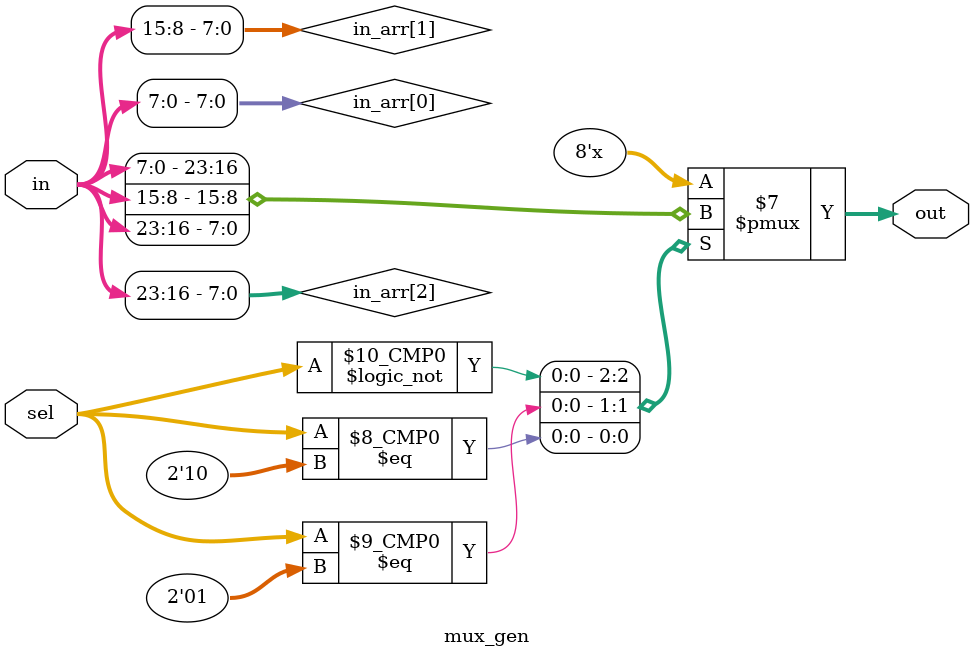
<source format=v>
module mux_gen #(parameter word_sz=8, channels=3)
	(	output [word_sz-1:0] out,
		input [(word_sz * channels) - 1:0] in,
		input [$clog2(channels)-1:0] sel);
	wire [word_sz-1:0] in_arr [channels-1:0];
	assign out = in_arr[sel];
	generate
		genvar i;
		for(i = 0; i < channels; i = i + 1) begin
			assign in_arr[i] = in[(i * word_sz) +: word_sz];
		end
	endgenerate
endmodule
</source>
